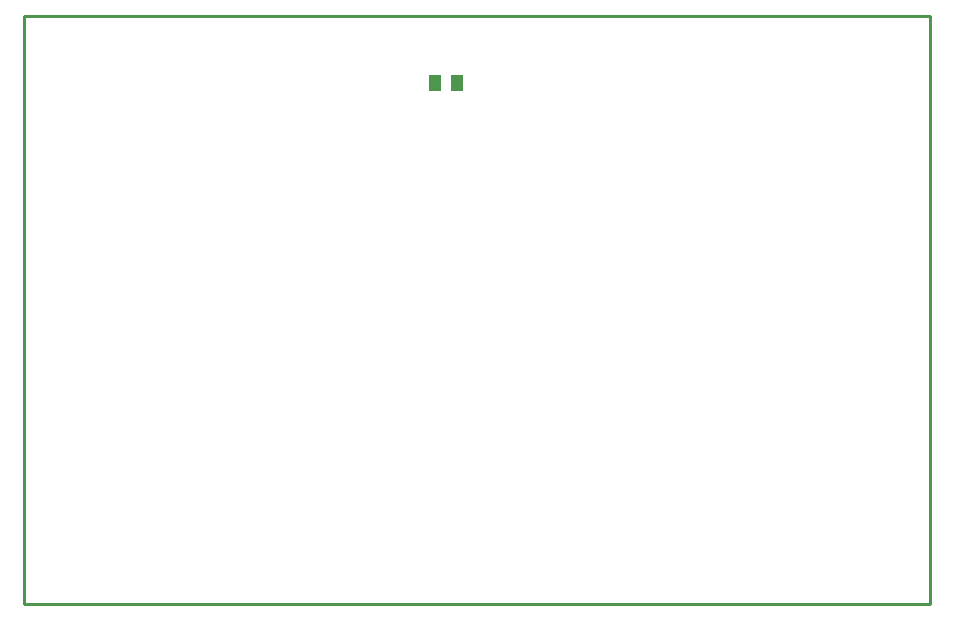
<source format=gtp>
G04*
G04 #@! TF.GenerationSoftware,Altium Limited,Altium Designer,19.1.8 (144)*
G04*
G04 Layer_Color=8421504*
%FSLAX25Y25*%
%MOIN*%
G70*
G01*
G75*
%ADD11C,0.01000*%
%ADD12R,0.04134X0.05512*%
D11*
X1000Y9000D02*
X303000D01*
X303000Y205000D02*
X303000Y9000D01*
X1000Y205000D02*
X303000D01*
X1000D02*
X1000Y9000D01*
D12*
X138000Y182500D02*
D03*
X145283D02*
D03*
M02*

</source>
